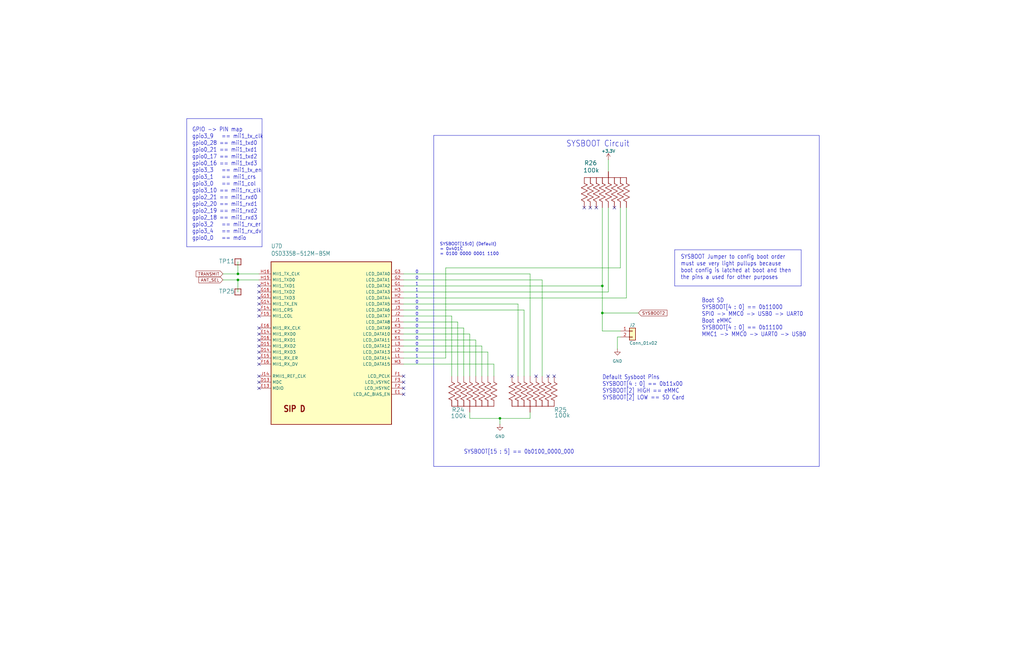
<source format=kicad_sch>
(kicad_sch (version 20250114) (generator "eeschema") (generator_version "9.0")
  (paper "B")
  (title_block (title "Oresat DxWifi Card") (date "2025-05-28") (rev "2"))
  (lib_symbols
    (symbol "Connector_Generic:Conn_01x02" (pin_names (offset 1.016) (hide yes))
      (property "Reference" "J" (at 0 2.54 0))
      (property "Value" "Conn_01x02" (at 0 -5.08 0))
      (symbol "Conn_01x02_1_1"
        (rectangle (start -1.27 1.27) (end 1.27 -3.81) (stroke (width 0.254)) (fill (type background)))
        (rectangle (start -1.27 0.127) (end 0 -0.127) (stroke (width 0.1524)))
        (rectangle (start -1.27 -2.413) (end 0 -2.667) (stroke (width 0.1524)))
        (pin passive line (at -5.08 0 0) (length 3.81) (name "Pin_1") (number "1"))
        (pin passive line (at -5.08 -2.54 0) (length 3.81) (name "Pin_2") (number "2"))
      )
    )
    (symbol "oresat-ics:OSD3358-512M-BSM"
      (property "Reference" "U" (at 0 87.63 0))
      (property "Value" "OSD3358-512M-BSM" (at 0 85.09 0))
      (symbol "OSD3358-512M-BSM_1_0"
        (polyline (pts (xy -30.48 83.82) (xy 0 83.82)) (stroke (width 0.254)))
        (polyline (pts (xy -30.48 68.58) (xy -30.48 83.82)) (stroke (width 0.254)))
        (polyline (pts (xy -30.48 53.34) (xy -30.48 68.58)) (stroke (width 0.254)))
        (polyline (pts (xy -30.48 30.48) (xy -30.48 53.34)) (stroke (width 0.254)))
        (polyline (pts (xy -30.48 10.16) (xy -30.48 30.48)) (stroke (width 0.254)))
        (polyline (pts (xy -30.48 0) (xy -30.48 10.16)) (stroke (width 0.254)))
        (polyline (pts (xy -30.48 -10.16) (xy -30.48 0)) (stroke (width 0.254)))
        (polyline (pts (xy -30.48 -45.72) (xy -30.48 -10.16)) (stroke (width 0.254)))
        (polyline (pts (xy -30.48 -68.58) (xy -30.48 -45.72)) (stroke (width 0.254)))
        (polyline (pts (xy -30.48 -78.74) (xy -30.48 -68.58)) (stroke (width 0.254)))
        (polyline (pts (xy -30.48 -88.9) (xy -30.48 -78.74)) (stroke (width 0.254)))
        (polyline (pts (xy -30.48 -88.9) (xy 0 -88.9)) (stroke (width 0.254)))
        (polyline (pts (xy 0 83.82) (xy 0 68.58)) (stroke (width 0.254)))
        (polyline (pts (xy 0 83.82) (xy 30.48 83.82)) (stroke (width 0.254)))
        (polyline (pts (xy 0 68.58) (xy -30.48 68.58)) (stroke (width 0.254)))
        (polyline (pts (xy 0 68.58) (xy 0 66.04)) (stroke (width 0.254)))
        (polyline (pts (xy 0 66.04) (xy 0 53.34)) (stroke (width 0.254)))
        (polyline (pts (xy 0 53.34) (xy -30.48 53.34)) (stroke (width 0.254)))
        (polyline (pts (xy 0 53.34) (xy 0 48.26)) (stroke (width 0.254)))
        (polyline (pts (xy 0 48.26) (xy 0 35.56)) (stroke (width 0.254)))
        (polyline (pts (xy 0 35.56) (xy 0 30.48)) (stroke (width 0.254)))
        (polyline (pts (xy 0 30.48) (xy -30.48 30.48)) (stroke (width 0.254)))
        (polyline (pts (xy 0 30.48) (xy 0 22.86)) (stroke (width 0.254)))
        (polyline (pts (xy 0 22.86) (xy 0 10.16)) (stroke (width 0.254)))
        (polyline (pts (xy 0 10.16) (xy -30.48 10.16)) (stroke (width 0.254)))
        (polyline (pts (xy 0 10.16) (xy 0 0)) (stroke (width 0.254)))
        (polyline (pts (xy 0 0) (xy -30.48 0)) (stroke (width 0.254)))
        (polyline (pts (xy 0 0) (xy 0 -10.16)) (stroke (width 0.254)))
        (polyline (pts (xy 0 -10.16) (xy -30.48 -10.16)) (stroke (width 0.254)))
        (polyline (pts (xy 0 -10.16) (xy 0 -33.02)) (stroke (width 0.254)))
        (polyline (pts (xy 0 -33.02) (xy 0 -45.72)) (stroke (width 0.254)))
        (polyline (pts (xy 0 -45.72) (xy -30.48 -45.72)) (stroke (width 0.254)))
        (polyline (pts (xy 0 -45.72) (xy 0 -66.04)) (stroke (width 0.254)))
        (polyline (pts (xy 0 -66.04) (xy 0 -68.58)) (stroke (width 0.254)))
        (polyline (pts (xy 0 -68.58) (xy -30.48 -68.58)) (stroke (width 0.254)))
        (polyline (pts (xy 0 -68.58) (xy 0 -78.74)) (stroke (width 0.254)))
        (polyline (pts (xy 0 -78.74) (xy -30.48 -78.74)) (stroke (width 0.254)))
        (polyline (pts (xy 0 -78.74) (xy 0 -88.9)) (stroke (width 0.254)))
        (polyline (pts (xy 0 -88.9) (xy 30.48 -88.9)) (stroke (width 0.254)))
        (polyline (pts (xy 30.48 83.82) (xy 30.48 66.04)) (stroke (width 0.254)))
        (polyline (pts (xy 30.48 66.04) (xy 0 66.04)) (stroke (width 0.254)))
        (polyline (pts (xy 30.48 66.04) (xy 30.48 48.26)) (stroke (width 0.254)))
        (polyline (pts (xy 30.48 48.26) (xy 0 48.26)) (stroke (width 0.254)))
        (polyline (pts (xy 30.48 48.26) (xy 30.48 35.56)) (stroke (width 0.254)))
        (polyline (pts (xy 30.48 35.56) (xy 0 35.56)) (stroke (width 0.254)))
        (polyline (pts (xy 30.48 35.56) (xy 30.48 22.86)) (stroke (width 0.254)))
        (polyline (pts (xy 30.48 22.86) (xy 0 22.86)) (stroke (width 0.254)))
        (polyline (pts (xy 30.48 22.86) (xy 30.48 -10.16)) (stroke (width 0.254)))
        (polyline (pts (xy 30.48 -10.16) (xy 0 -10.16)) (stroke (width 0.254)))
        (polyline (pts (xy 30.48 -10.16) (xy 30.48 -33.02)) (stroke (width 0.254)))
        (polyline (pts (xy 30.48 -33.02) (xy 0 -33.02)) (stroke (width 0.254)))
        (polyline (pts (xy 30.48 -33.02) (xy 30.48 -66.04)) (stroke (width 0.254)))
        (polyline (pts (xy 30.48 -66.04) (xy 0 -66.04)) (stroke (width 0.254)))
        (polyline (pts (xy 30.48 -66.04) (xy 30.48 -88.9)) (stroke (width 0.254)))
        (text "GND to program EEPROM" (at -25.4 -71.12 0) (effects (font (size 1.27 1.0795)) (justify left bottom)))
        (text "SIP A" (at -20.32 17.78 0) (effects (font (size 2.54 2.159) (bold yes)) (justify left bottom)))
        (text "I2C0" (at -2.54 -60.96 900) (effects (font (size 2.54 2.159)) (justify left bottom)))
        (text "Connect together with pour" (at 5.08 -7.62 900) (effects (font (size 1.27 1.0795)) (justify left bottom)))
        (text "Connect together with pour" (at 5.08 -60.96 900) (effects (font (size 1.27 1.0795)) (justify left bottom)))
        (text "Reset" (at 5.08 -81.28 900) (effects (font (size 2.54 2.159)) (justify left bottom)))
        (text "Connect to either:\nSYS_VDD_1P8V or\nSYS_VDD3_3P3V" (at 8.89 -21.59 900) (effects (font (size 1.27 1.0795)) (justify bottom)))
        (pin power_in line (at -35.56 78.74 0) (length 5.08) (name "VIN_AC@1") (number "P10"))
        (pin power_in line (at -35.56 76.2 0) (length 5.08) (name "VIN_AC@2") (number "R10"))
        (pin power_in line (at -35.56 73.66 0) (length 5.08) (name "VIN_AC@3") (number "T10"))
        (pin power_in line (at -35.56 63.5 0) (length 5.08) (name "VIN_USB@1") (number "P9"))
        (pin power_in line (at -35.56 60.96 0) (length 5.08) (name "VIN_USB@2") (number "R9"))
        (pin power_in line (at -35.56 58.42 0) (length 5.08) (name "VIN_USB@3") (number "T9"))
        (pin power_in line (at -35.56 48.26 0) (length 5.08) (name "VIN_BAT@1") (number "P8"))
        (pin power_in line (at -35.56 45.72 0) (length 5.08) (name "VIN_BAT@2") (number "R8"))
        (pin power_in line (at -35.56 43.18 0) (length 5.08) (name "VIN_BAT@3") (number "T8"))
        (pin passive line (at -35.56 38.1 0) (length 5.08) (name "PMIC_BAT_SENSE") (number "N7"))
        (pin bidirectional line (at -35.56 35.56 0) (length 5.08) (name "PMIC_TS") (number "N6"))
        (pin bidirectional line (at -35.56 5.08 0) (length 5.08) (name "PMIC_NRESET") (number "M13"))
        (pin bidirectional line (at -35.56 -5.08 0) (length 5.08) (name "PMIC_PB_IN") (number "T11"))
        (pin input line (at -35.56 -15.24 0) (length 5.08) (name "PMIC_PWR_EN") (number "N11"))
        (pin output line (at -35.56 -17.78 0) (length 5.08) (name "PMIC_POWER_EN") (number "N10"))
        (pin output line (at -35.56 -22.86 0) (length 5.08) (name "PMIC_LDO_PGOOD") (number "N4"))
        (pin bidirectional line (at -35.56 -25.4 0) (length 5.08) (name "RTC_PWRONRSTN") (number "N5"))
        (pin output line (at -35.56 -30.48 0) (length 5.08) (name "PMIC_NWAKEUP") (number "L4"))
        (pin bidirectional line (at -35.56 -33.02 0) (length 5.08) (name "EXT_WAKEUP") (number "M4"))
        (pin output line (at -35.56 -38.1 0) (length 5.08) (name "PMIC_NINT") (number "E4"))
        (pin bidirectional line (at -35.56 -40.64 0) (length 5.08) (name "EXTINTN") (number "D4"))
        (pin bidirectional line (at -35.56 -50.8 0) (length 5.08) (name "PMIC_SCL") (number "D10"))
        (pin bidirectional line (at -35.56 -53.34 0) (length 5.08) (name "I2C0_SCL") (number "C10"))
        (pin bidirectional line (at -35.56 -60.96 0) (length 5.08) (name "PMIC_SDA") (number "D11"))
        (pin bidirectional line (at -35.56 -63.5 0) (length 5.08) (name "I2C0_SDA") (number "C11"))
        (pin bidirectional line (at -35.56 -73.66 0) (length 5.08) (name "EEPROM_WP") (number "M2"))
        (pin bidirectional line (at -35.56 -83.82 0) (length 5.08) (name "RTC_KALDO_ENN") (number "M16"))
        (pin power_out line (at 35.56 78.74 180) (length 5.08) (name "SYS_VOUT@1") (number "K6"))
        (pin power_out line (at 35.56 76.2 180) (length 5.08) (name "SYS_VOUT@2") (number "K7"))
        (pin power_out line (at 35.56 73.66 180) (length 5.08) (name "SYS_VOUT@3") (number "L6"))
        (pin power_out line (at 35.56 71.12 180) (length 5.08) (name "SYS_VOUT@4") (number "L7"))
        (pin power_out line (at 35.56 60.96 180) (length 5.08) (name "SYS_VDD1_3P3V@1") (number "F6"))
        (pin power_out line (at 35.56 58.42 180) (length 5.08) (name "SYS_VDD1_3P3V@2") (number "F7"))
        (pin power_out line (at 35.56 55.88 180) (length 5.08) (name "SYS_VDD1_3P3V@3") (number "G6"))
        (pin power_out line (at 35.56 53.34 180) (length 5.08) (name "SYS_VDD1_3P3V@4") (number "G7"))
        (pin power_out line (at 35.56 43.18 180) (length 5.08) (name "SYS_VDD2_3P3V@1") (number "F11"))
        (pin power_out line (at 35.56 40.64 180) (length 5.08) (name "SYS_VDD2_3P3V@2") (number "G11"))
        (pin power_out line (at 35.56 30.48 180) (length 5.08) (name "SYS_RTC_1P8V@1") (number "K11"))
        (pin power_out line (at 35.56 27.94 180) (length 5.08) (name "SYS_RTC_1P8V@2") (number "L11"))
        (pin power_out line (at 35.56 12.7 180) (length 5.08) (name "SYS_VDD3_3P3V@1") (number "F8"))
        (pin power_out line (at 35.56 10.16 180) (length 5.08) (name "SYS_VDD3_3P3V@2") (number "G8"))
        (pin power_out line (at 35.56 7.62 180) (length 5.08) (name "SYS_VDD3_3P3V@3") (number "H7"))
        (pin power_out line (at 35.56 5.08 180) (length 5.08) (name "SYS_VDD3_3P3V@4") (number "H8"))
        (pin power_out line (at 35.56 2.54 180) (length 5.08) (name "SYS_VDD3_3P3V@5") (number "J7"))
        (pin power_out line (at 35.56 0 180) (length 5.08) (name "SYS_VDD3_3P3V@6") (number "J8"))
        (pin power_out line (at 35.56 -2.54 180) (length 5.08) (name "SYS_VDD3_3P3V@7") (number "K8"))
        (pin power_out line (at 35.56 -5.08 180) (length 5.08) (name "SYS_VDD3_3P3V@8") (number "L8"))
        (pin power_in line (at 35.56 -15.24 180) (length 5.08) (name "VDDSHV1") (number "J9"))
        (pin power_in line (at 35.56 -17.78 180) (length 5.08) (name "VDDSHV2") (number "K9"))
        (pin power_in line (at 35.56 -20.32 180) (length 5.08) (name "VDDSHV3") (number "L9"))
        (pin power_in line (at 35.56 -22.86 180) (length 5.08) (name "VDDSHV4") (number "F9"))
        (pin power_in line (at 35.56 -25.4 180) (length 5.08) (name "VDDSHV5") (number "G9"))
        (pin power_in line (at 35.56 -27.94 180) (length 5.08) (name "VDDSHV6") (number "H9"))
        (pin power_in line (at 35.56 -38.1 180) (length 5.08) (name "SYS_VDD_1P8V@1") (number "F10"))
        (pin power_in line (at 35.56 -40.64 180) (length 5.08) (name "SYS_VDD_1P8V@2") (number "G10"))
        (pin power_in line (at 35.56 -43.18 180) (length 5.08) (name "SYS_VDD_1P8V@3") (number "H10"))
        (pin power_in line (at 35.56 -45.72 180) (length 5.08) (name "SYS_VDD_1P8V@4") (number "H11"))
        (pin power_in line (at 35.56 -48.26 180) (length 5.08) (name "SYS_VDD_1P8V@5") (number "J10"))
        (pin power_in line (at 35.56 -50.8 180) (length 5.08) (name "SYS_VDD_1P8V@6") (number "J11"))
        (pin power_in line (at 35.56 -53.34 180) (length 5.08) (name "SYS_VDD_1P8V@7") (number "K10"))
        (pin power_in line (at 35.56 -55.88 180) (length 5.08) (name "SYS_VDD_1P8V@8") (number "L10"))
        (pin output line (at 35.56 -71.12 180) (length 5.08) (name "PMIC_PGOOD") (number "N12"))
        (pin bidirectional line (at 35.56 -73.66 180) (length 5.08) (name "PWRONRSTN") (number "P11"))
        (pin bidirectional line (at 35.56 -83.82 180) (length 5.08) (name "WARMRSTN") (number "R11"))
      )
      (symbol "OSD3358-512M-BSM_1_1"
        (rectangle (start -30.48 83.82) (end 30.48 -88.9) (fill (type background)))
      )
      (symbol "OSD3358-512M-BSM_2_0"
        (rectangle (start -25.4 58.42) (end 25.4 -60.96) (fill (type background)))
        (polyline (pts (xy -25.4 58.42) (xy 25.4 58.42)) (stroke (width 0.254)))
        (polyline (pts (xy -25.4 48.26) (xy -25.4 58.42)) (stroke (width 0.254)))
        (polyline (pts (xy -25.4 48.26) (xy 0 48.26)) (stroke (width 0.254)))
        (polyline (pts (xy -25.4 17.78) (xy -25.4 48.26)) (stroke (width 0.254)))
        (polyline (pts (xy -25.4 17.78) (xy 0 17.78)) (stroke (width 0.254)))
        (polyline (pts (xy -25.4 -12.7) (xy -25.4 17.78)) (stroke (width 0.254)))
        (polyline (pts (xy -25.4 -12.7) (xy 0 -12.7)) (stroke (width 0.254)))
        (polyline (pts (xy -25.4 -38.1) (xy -25.4 -12.7)) (stroke (width 0.254)))
        (polyline (pts (xy -25.4 -38.1) (xy 25.4 -38.1)) (stroke (width 0.254)))
        (polyline (pts (xy -25.4 -60.96) (xy -25.4 -38.1)) (stroke (width 0.254)))
        (polyline (pts (xy 0 48.26) (xy 0 17.78)) (stroke (width 0.254)))
        (polyline (pts (xy 0 48.26) (xy 25.4 48.26)) (stroke (width 0.254)))
        (polyline (pts (xy 0 17.78) (xy 0 0)) (stroke (width 0.254)))
        (polyline (pts (xy 0 0) (xy 0 -12.7)) (stroke (width 0.254)))
        (polyline (pts (xy 0 0) (xy 25.4 0)) (stroke (width 0.254)))
        (polyline (pts (xy 0 -12.7) (xy 0 -60.96)) (stroke (width 0.254)))
        (polyline (pts (xy 0 -60.96) (xy -25.4 -60.96)) (stroke (width 0.254)))
        (polyline (pts (xy 25.4 58.42) (xy 25.4 48.26)) (stroke (width 0.254)))
        (polyline (pts (xy 25.4 48.26) (xy 25.4 0)) (stroke (width 0.254)))
        (polyline (pts (xy 25.4 0) (xy 25.4 -38.1)) (stroke (width 0.254)))
        (polyline (pts (xy 25.4 -38.1) (xy 25.4 -60.96)) (stroke (width 0.254)))
        (polyline (pts (xy 25.4 -60.96) (xy 0 -60.96)) (stroke (width 0.254)))
        (text "SIP B" (at -5.08 53.34 0) (effects (font (size 2.54 2.159) (bold yes)) (justify left bottom)))
        (text "XTAL" (at -2.54 30.48 900) (effects (font (size 2.54 2.159)) (justify left bottom)))
        (text "RTC" (at -2.54 0 900) (effects (font (size 2.54 2.159)) (justify left bottom)))
        (text "JTAG" (at -2.54 -25.4 900) (effects (font (size 2.54 2.159)) (justify left bottom)))
        (text "USB0" (at -2.54 -53.34 900) (effects (font (size 2.54 2.159)) (justify left bottom)))
        (text "Analog" (at 2.54 22.86 0) (effects (font (size 2.54 2.159)) (justify left bottom)))
        (text "Analog Inputs" (at 5.08 -30.48 900) (effects (font (size 2.54 2.159)) (justify left bottom)))
        (text "USB1" (at 5.08 -53.34 900) (effects (font (size 2.54 2.159)) (justify left bottom)))
        (text "Pwr & Gnd" (at 12.7 20.32 0) (effects (font (size 2.159 2.159))))
        (pin passive line (at -30.48 43.18 0) (length 5.08) (name "OSC0_IN") (number "P16"))
        (pin output line (at -30.48 27.94 0) (length 5.08) (name "OSC0_OUT") (number "N16"))
        (pin power_in line (at -30.48 22.86 0) (length 5.08) (name "OSC0_GND") (number "N15"))
        (pin passive line (at -30.48 12.7 0) (length 5.08) (name "OSC1_IN") (number "A6"))
        (pin output line (at -30.48 -2.54 0) (length 5.08) (name "OSC1_OUT") (number "A5"))
        (pin power_in line (at -30.48 -7.62 0) (length 5.08) (name "OSC1_GND") (number "B5"))
        (pin bidirectional line (at -30.48 -17.78 0) (length 5.08) (name "TDI") (number "C1"))
        (pin bidirectional line (at -30.48 -20.32 0) (length 5.08) (name "TDO") (number "C2"))
        (pin bidirectional line (at -30.48 -22.86 0) (length 5.08) (name "TCK") (number "D1"))
        (pin bidirectional line (at -30.48 -25.4 0) (length 5.08) (name "TMS") (number "D2"))
        (pin bidirectional line (at -30.48 -27.94 0) (length 5.08) (name "TRSTN") (number "D3"))
        (pin bidirectional line (at -30.48 -30.48 0) (length 5.08) (name "EMU0") (number "E2"))
        (pin bidirectional line (at -30.48 -33.02 0) (length 5.08) (name "EMU1") (number "E3"))
        (pin bidirectional line (at -30.48 -43.18 0) (length 5.08) (name "USB0_VBUS") (number "J16"))
        (pin bidirectional line (at -30.48 -45.72 0) (length 5.08) (name "USB0_DM") (number "K16"))
        (pin bidirectional line (at -30.48 -48.26 0) (length 5.08) (name "USB0_DP") (number "K15"))
        (pin bidirectional line (at -30.48 -50.8 0) (length 5.08) (name "USB0_ID") (number "K14"))
        (pin bidirectional line (at -30.48 -53.34 0) (length 5.08) (name "USB0_CE") (number "K13"))
        (pin bidirectional line (at -30.48 -55.88 0) (length 5.08) (name "USB0_DRVVBUS") (number "J15"))
        (pin power_out line (at 30.48 45.72 180) (length 5.08) (name "SYS_ADC_1P8V") (number "A7"))
        (pin power_in line (at 30.48 35.56 180) (length 5.08) (name "VREFP") (number "B7"))
        (pin power_in line (at 30.48 15.24 180) (length 5.08) (name "AGND_ADC") (number "A9"))
        (pin power_in line (at 30.48 5.08 180) (length 5.08) (name "VREFN") (number "B9"))
        (pin passive line (at 30.48 -5.08 180) (length 5.08) (name "AIN0") (number "A8"))
        (pin passive line (at 30.48 -7.62 180) (length 5.08) (name "AIN1") (number "B8"))
        (pin passive line (at 30.48 -10.16 180) (length 5.08) (name "AIN2") (number "B6"))
        (pin passive line (at 30.48 -12.7 180) (length 5.08) (name "AIN3") (number "C6"))
        (pin passive line (at 30.48 -15.24 180) (length 5.08) (name "AIN4") (number "C7"))
        (pin passive line (at 30.48 -17.78 180) (length 5.08) (name "AIN5") (number "C8"))
        (pin passive line (at 30.48 -20.32 180) (length 5.08) (name "AIN6") (number "C9"))
        (pin passive line (at 30.48 -22.86 180) (length 5.08) (name "AIN7") (number "D7"))
        (pin bidirectional line (at 30.48 -27.94 180) (length 5.08) (name "PMIC_MUX_OUT") (number "D6"))
        (pin bidirectional line (at 30.48 -33.02 180) (length 5.08) (name "PMIC_MUX_IN") (number "N13"))
        (pin bidirectional line (at 30.48 -43.18 180) (length 5.08) (name "USB1_VBUS") (number "M15"))
        (pin bidirectional line (at 30.48 -45.72 180) (length 5.08) (name "USB1_DM") (number "L16"))
        (pin bidirectional line (at 30.48 -48.26 180) (length 5.08) (name "USB1_DP") (number "L15"))
        (pin bidirectional line (at 30.48 -50.8 180) (length 5.08) (name "USB1_ID") (number "L14"))
        (pin bidirectional line (at 30.48 -53.34 180) (length 5.08) (name "USB1_CE") (number "L13"))
        (pin bidirectional line (at 30.48 -55.88 180) (length 5.08) (name "USB1_DRVVBUS") (number "M14"))
      )
      (symbol "OSD3358-512M-BSM_3_0"
        (rectangle (start -25.4 60.96) (end 25.4 -63.5) (fill (type background)))
        (polyline (pts (xy -25.4 60.96) (xy 25.4 60.96)) (stroke (width 0.254)))
        (polyline (pts (xy -25.4 -63.5) (xy -25.4 60.96)) (stroke (width 0.254)))
        (polyline (pts (xy 25.4 60.96) (xy 25.4 -63.5)) (stroke (width 0.254)))
        (polyline (pts (xy 25.4 -63.5) (xy -25.4 -63.5)) (stroke (width 0.254)))
        (text "SIP C" (at -5.08 53.34 0) (effects (font (size 2.54 2.159) (bold yes)) (justify left bottom)))
        (pin output line (at -30.48 55.88 0) (length 5.08) (name "UART0_TXD") (number "B12"))
        (pin input line (at -30.48 53.34 0) (length 5.08) (name "UART0_RXD") (number "A12"))
        (pin output line (at -30.48 50.8 0) (length 5.08) (name "UART0_CTSN") (number "C12"))
        (pin input line (at -30.48 48.26 0) (length 5.08) (name "UART0_RTSN") (number "C13"))
        (pin output line (at -30.48 40.64 0) (length 5.08) (name "UART1_TXD") (number "B11"))
        (pin input line (at -30.48 38.1 0) (length 5.08) (name "UART1_RXD") (number "A11"))
        (pin output line (at -30.48 35.56 0) (length 5.08) (name "UART1_CTSN") (number "B10"))
        (pin input line (at -30.48 33.02 0) (length 5.08) (name "UART1_RTSN") (number "A10"))
        (pin output line (at -30.48 25.4 0) (length 5.08) (name "SPI0_SCLK") (number "A13"))
        (pin bidirectional line (at -30.48 22.86 0) (length 5.08) (name "SPI0_D0") (number "B13"))
        (pin bidirectional line (at -30.48 20.32 0) (length 5.08) (name "SPI0_D1") (number "B14"))
        (pin bidirectional line (at -30.48 17.78 0) (length 5.08) (name "SPI0_CS0") (number "A14"))
        (pin bidirectional line (at -30.48 15.24 0) (length 5.08) (name "SPI0_CS1") (number "C14"))
        (pin output line (at -30.48 7.62 0) (length 5.08) (name "MMC0_CLK") (number "B15"))
        (pin bidirectional line (at -30.48 5.08 0) (length 5.08) (name "MMC0_CMD") (number "B16"))
        (pin bidirectional line (at -30.48 2.54 0) (length 5.08) (name "MMC0_DAT0") (number "A16"))
        (pin bidirectional line (at -30.48 0 0) (length 5.08) (name "MMC0_DAT1") (number "A15"))
        (pin bidirectional line (at -30.48 -2.54 0) (length 5.08) (name "MMC0_DAT2") (number "C16"))
        (pin bidirectional line (at -30.48 -5.08 0) (length 5.08) (name "MMC0_DAT3") (number "C15"))
        (pin bidirectional line (at -30.48 -12.7 0) (length 5.08) (name "MCASP0_ACLKX") (number "A1"))
        (pin bidirectional line (at -30.48 -15.24 0) (length 5.08) (name "MCASP0_FSX") (number "A2"))
        (pin bidirectional line (at -30.48 -17.78 0) (length 5.08) (name "MCASP0_AXR0") (number "B2"))
        (pin bidirectional line (at -30.48 -20.32 0) (length 5.08) (name "MCASP0_AHCLKR") (number "B1"))
        (pin bidirectional line (at -30.48 -22.86 0) (length 5.08) (name "MCASP0_ACLKR") (number "A3"))
        (pin bidirectional line (at -30.48 -25.4 0) (length 5.08) (name "MCASP0_FSR") (number "B3"))
        (pin bidirectional line (at -30.48 -27.94 0) (length 5.08) (name "MCASP0_AXR1") (number "C3"))
        (pin bidirectional line (at -30.48 -30.48 0) (length 5.08) (name "MCASP0_AHCLKX") (number "C4"))
        (pin bidirectional line (at -30.48 -38.1 0) (length 5.08) (name "XDMA_EVENT_INTR0") (number "A4"))
        (pin bidirectional line (at -30.48 -40.64 0) (length 5.08) (name "XDMA_EVENT_INTR1") (number "B4"))
        (pin bidirectional line (at -30.48 -43.18 0) (length 5.08) (name "ECAP0_IN_PWM0_OUT") (number "C5"))
        (pin bidirectional line (at 30.48 55.88 180) (length 5.08) (name "GPMC_CLK") (number "T7"))
        (pin bidirectional line (at 30.48 50.8 180) (length 5.08) (name "GPMC_A0") (number "T12"))
        (pin bidirectional line (at 30.48 48.26 180) (length 5.08) (name "GPMC_A1") (number "R12"))
        (pin bidirectional line (at 30.48 45.72 180) (length 5.08) (name "GPMC_A2") (number "P12"))
        (pin bidirectional line (at 30.48 43.18 180) (length 5.08) (name "GPMC_A3") (number "T13"))
        (pin bidirectional line (at 30.48 40.64 180) (length 5.08) (name "GPMC_A4") (number "R13"))
        (pin bidirectional line (at 30.48 38.1 180) (length 5.08) (name "GPMC_A5") (number "P13"))
        (pin bidirectional line (at 30.48 35.56 180) (length 5.08) (name "GPMC_A6") (number "T14"))
        (pin bidirectional line (at 30.48 33.02 180) (length 5.08) (name "GPMC_A7") (number "R14"))
        (pin bidirectional line (at 30.48 30.48 180) (length 5.08) (name "GPMC_A8") (number "P14"))
        (pin bidirectional line (at 30.48 27.94 180) (length 5.08) (name "GPMC_A9") (number "T15"))
        (pin bidirectional line (at 30.48 25.4 180) (length 5.08) (name "GPMC_A10") (number "R15"))
        (pin bidirectional line (at 30.48 22.86 180) (length 5.08) (name "GPMC_A11") (number "T16"))
        (pin bidirectional line (at 30.48 17.78 180) (length 5.08) (name "GPMC_BEN1") (number "N14"))
        (pin bidirectional line (at 30.48 15.24 180) (length 5.08) (name "GPMC_WAIT0") (number "P15"))
        (pin bidirectional line (at 30.48 12.7 180) (length 5.08) (name "GPMC_WPN") (number "R16"))
        (pin bidirectional line (at 30.48 7.62 180) (length 5.08) (name "GPMC_CSN0") (number "P3"))
        (pin bidirectional line (at 30.48 5.08 180) (length 5.08) (name "GPMC_CSN1") (number "P2"))
        (pin bidirectional line (at 30.48 2.54 180) (length 5.08) (name "GPMC_CSN2") (number "P1"))
        (pin bidirectional line (at 30.48 0 180) (length 5.08) (name "GPMC_CSN3") (number "R7"))
        (pin bidirectional line (at 30.48 -5.08 180) (length 5.08) (name "GPMC_AD0") (number "R3"))
        (pin bidirectional line (at 30.48 -7.62 180) (length 5.08) (name "GPMC_AD1") (number "R2"))
        (pin bidirectional line (at 30.48 -10.16 180) (length 5.08) (name "GPMC_AD2") (number "R1"))
        (pin bidirectional line (at 30.48 -12.7 180) (length 5.08) (name "GPMC_AD3") (number "T3"))
        (pin bidirectional line (at 30.48 -15.24 180) (length 5.08) (name "GPMC_AD4") (number "T2"))
        (pin bidirectional line (at 30.48 -17.78 180) (length 5.08) (name "GPMC_AD5") (number "T1"))
        (pin bidirectional line (at 30.48 -20.32 180) (length 5.08) (name "GPMC_AD6") (number "P4"))
        (pin bidirectional line (at 30.48 -22.86 180) (length 5.08) (name "GPMC_AD7") (number "R4"))
        (pin bidirectional line (at 30.48 -27.94 180) (length 5.08) (name "GPMC_AD8") (number "T4"))
        (pin bidirectional line (at 30.48 -30.48 180) (length 5.08) (name "GPMC_AD9") (number "P5"))
        (pin bidirectional line (at 30.48 -33.02 180) (length 5.08) (name "GPMC_AD10") (number "R5"))
        (pin bidirectional line (at 30.48 -35.56 180) (length 5.08) (name "GPMC_AD11") (number "T5"))
        (pin bidirectional line (at 30.48 -38.1 180) (length 5.08) (name "GPMC_AD12") (number "P6"))
        (pin bidirectional line (at 30.48 -40.64 180) (length 5.08) (name "GPMC_AD13") (number "R6"))
        (pin bidirectional line (at 30.48 -43.18 180) (length 5.08) (name "GPMC_AD14") (number "T6"))
        (pin bidirectional line (at 30.48 -45.72 180) (length 5.08) (name "GPMC_AD15") (number "P7"))
        (pin bidirectional line (at 30.48 -50.8 180) (length 5.08) (name "GPMC_ADVN_ALE") (number "M1"))
        (pin bidirectional line (at 30.48 -53.34 180) (length 5.08) (name "GPMC_BEN0_CLE") (number "N3"))
        (pin bidirectional line (at 30.48 -55.88 180) (length 5.08) (name "GPMC_WEN") (number "N2"))
        (pin bidirectional line (at 30.48 -58.42 180) (length 5.08) (name "GPMC_OEN_REN") (number "N1"))
      )
      (symbol "OSD3358-512M-BSM_4_0"
        (rectangle (start -25.4 33.02) (end 25.4 -35.56) (fill (type background)))
        (polyline (pts (xy -25.4 33.02) (xy 25.4 33.02)) (stroke (width 0.254)))
        (polyline (pts (xy -25.4 -35.56) (xy -25.4 33.02)) (stroke (width 0.254)))
        (polyline (pts (xy 25.4 33.02) (xy 25.4 -35.56)) (stroke (width 0.254)))
        (polyline (pts (xy 25.4 -35.56) (xy -25.4 -35.56)) (stroke (width 0.254)))
        (text "SIP D" (at -20.32 -30.48 0) (effects (font (size 2.54 2.159) (bold yes)) (justify left bottom)))
        (pin bidirectional line (at -30.48 27.94 0) (length 5.08) (name "MII1_TX_CLK") (number "H16"))
        (pin bidirectional line (at -30.48 25.4 0) (length 5.08) (name "MII1_TXD0") (number "H15"))
        (pin bidirectional line (at -30.48 22.86 0) (length 5.08) (name "MII1_TXD1") (number "H14"))
        (pin bidirectional line (at -30.48 20.32 0) (length 5.08) (name "MII1_TXD2") (number "G16"))
        (pin bidirectional line (at -30.48 17.78 0) (length 5.08) (name "MII1_TXD3") (number "G15"))
        (pin bidirectional line (at -30.48 15.24 0) (length 5.08) (name "MII1_TX_EN") (number "G14"))
        (pin bidirectional line (at -30.48 12.7 0) (length 5.08) (name "MII1_CRS") (number "F14"))
        (pin bidirectional line (at -30.48 10.16 0) (length 5.08) (name "MII1_COL") (number "F15"))
        (pin bidirectional line (at -30.48 5.08 0) (length 5.08) (name "MII1_RX_CLK") (number "E16"))
        (pin bidirectional line (at -30.48 2.54 0) (length 5.08) (name "MII1_RXD0") (number "E14"))
        (pin bidirectional line (at -30.48 0 0) (length 5.08) (name "MII1_RXD1") (number "D16"))
        (pin bidirectional line (at -30.48 -2.54 0) (length 5.08) (name "MII1_RXD2") (number "D15"))
        (pin bidirectional line (at -30.48 -5.08 0) (length 5.08) (name "MII1_RXD3") (number "D14"))
        (pin bidirectional line (at -30.48 -7.62 0) (length 5.08) (name "MII1_RX_ER") (number "E15"))
        (pin bidirectional line (at -30.48 -10.16 0) (length 5.08) (name "MII1_RX_DV") (number "F16"))
        (pin bidirectional line (at -30.48 -15.24 0) (length 5.08) (name "RMII1_REF_CLK") (number "J14"))
        (pin bidirectional line (at -30.48 -17.78 0) (length 5.08) (name "MDC") (number "D13"))
        (pin bidirectional line (at -30.48 -20.32 0) (length 5.08) (name "MDIO") (number "E13"))
        (pin bidirectional line (at 30.48 27.94 180) (length 5.08) (name "LCD_DATA0") (number "G3"))
        (pin bidirectional line (at 30.48 25.4 180) (length 5.08) (name "LCD_DATA1") (number "G2"))
        (pin bidirectional line (at 30.48 22.86 180) (length 5.08) (name "LCD_DATA2") (number "G1"))
        (pin bidirectional line (at 30.48 20.32 180) (length 5.08) (name "LCD_DATA3") (number "H3"))
        (pin bidirectional line (at 30.48 17.78 180) (length 5.08) (name "LCD_DATA4") (number "H2"))
        (pin bidirectional line (at 30.48 15.24 180) (length 5.08) (name "LCD_DATA5") (number "H1"))
        (pin bidirectional line (at 30.48 12.7 180) (length 5.08) (name "LCD_DATA6") (number "J3"))
        (pin bidirectional line (at 30.48 10.16 180) (length 5.08) (name "LCD_DATA7") (number "J2"))
        (pin bidirectional line (at 30.48 7.62 180) (length 5.08) (name "LCD_DATA8") (number "J1"))
        (pin bidirectional line (at 30.48 5.08 180) (length 5.08) (name "LCD_DATA9") (number "K3"))
        (pin bidirectional line (at 30.48 2.54 180) (length 5.08) (name "LCD_DATA10") (number "K2"))
        (pin bidirectional line (at 30.48 0 180) (length 5.08) (name "LCD_DATA11") (number "K1"))
        (pin bidirectional line (at 30.48 -2.54 180) (length 5.08) (name "LCD_DATA12") (number "L3"))
        (pin bidirectional line (at 30.48 -5.08 180) (length 5.08) (name "LCD_DATA13") (number "L2"))
        (pin bidirectional line (at 30.48 -7.62 180) (length 5.08) (name "LCD_DATA14") (number "L1"))
        (pin bidirectional line (at 30.48 -10.16 180) (length 5.08) (name "LCD_DATA15") (number "M3"))
        (pin bidirectional line (at 30.48 -15.24 180) (length 5.08) (name "LCD_PCLK") (number "F1"))
        (pin bidirectional line (at 30.48 -17.78 180) (length 5.08) (name "LCD_VSYNC") (number "F3"))
        (pin bidirectional line (at 30.48 -20.32 180) (length 5.08) (name "LCD_HSYNC") (number "F2"))
        (pin bidirectional line (at 30.48 -22.86 180) (length 5.08) (name "LCD_AC_BIAS_EN") (number "E1"))
      )
      (symbol "OSD3358-512M-BSM_5_0"
        (rectangle (start -25.4 30.48) (end 25.4 -33.02) (fill (type background)))
        (polyline (pts (xy -25.4 30.48) (xy 25.4 30.48)) (stroke (width 0.254)))
        (polyline (pts (xy -25.4 -33.02) (xy -25.4 30.48)) (stroke (width 0.254)))
        (polyline (pts (xy 25.4 30.48) (xy 25.4 -33.02)) (stroke (width 0.254)))
        (polyline (pts (xy 25.4 -33.02) (xy -25.4 -33.02)) (stroke (width 0.254)))
        (text "NOTE:  Can use pours to connect" (at -13.97 -17.78 0) (effects (font (size 1.27 1.0795)) (justify left bottom)))
        (text "DGND pads  instead of " (at -7.62 -19.05 0) (effects (font (size 1.27 1.27)) (justify left)))
        (text "a via per pad." (at -7.62 -21.59 0) (effects (font (size 1.27 1.27)) (justify left)))
        (text "SIP E" (at 0 20.32 0) (effects (font (size 2.54 2.159) (bold yes)) (justify bottom)))
        (pin power_in line (at -30.48 25.4 0) (length 5.08) (name "DGND@1") (number "D8"))
        (pin power_in line (at -30.48 22.86 0) (length 5.08) (name "DGND@2") (number "D9"))
        (pin power_in line (at -30.48 17.78 0) (length 5.08) (name "DGND@3") (number "E5"))
        (pin power_in line (at -30.48 15.24 0) (length 5.08) (name "DGND@4") (number "E6"))
        (pin power_in line (at -30.48 12.7 0) (length 5.08) (name "DGND@5") (number "E7"))
        (pin power_in line (at -30.48 10.16 0) (length 5.08) (name "DGND@6") (number "E8"))
        (pin power_in line (at -30.48 7.62 0) (length 5.08) (name "DGND@7") (number "E9"))
        (pin power_in line (at -30.48 5.08 0) (length 5.08) (name "DGND@8") (number "E10"))
        (pin power_in line (at -30.48 2.54 0) (length 5.08) (name "DGND@9") (number "E11"))
        (pin power_in line (at -30.48 0 0) (length 5.08) (name "DGND@10") (number "E12"))
        (pin power_in line (at -30.48 -5.08 0) (length 5.08) (name "DGND@11") (number "F5"))
        (pin power_in line (at -30.48 -7.62 0) (length 5.08) (name "DGND@12") (number "F12"))
        (pin power_in line (at -30.48 -12.7 0) (length 5.08) (name "DGND@13") (number "G5"))
        (pin power_in line (at -30.48 -15.24 0) (length 5.08) (name "DGND@14") (number "G12"))
        (pin power_in line (at -30.48 -20.32 0) (length 5.08) (name "DGND@15") (number "H4"))
        (pin power_in line (at -30.48 -22.86 0) (length 5.08) (name "DGND@16") (number "H5"))
        (pin power_in line (at -30.48 -25.4 0) (length 5.08) (name "DGND@17") (number "H12"))
        (pin power_in line (at -30.48 -27.94 0) (length 5.08) (name "DGND@18") (number "H13"))
        (pin power_in line (at 30.48 25.4 180) (length 5.08) (name "DGND@19") (number "J4"))
        (pin power_in line (at 30.48 22.86 180) (length 5.08) (name "DGND@20") (number "J5"))
        (pin power_in line (at 30.48 20.32 180) (length 5.08) (name "DGND@21") (number "J12"))
        (pin power_in line (at 30.48 17.78 180) (length 5.08) (name "DGND@22") (number "J13"))
        (pin power_in line (at 30.48 12.7 180) (length 5.08) (name "DGND@23") (number "K5"))
        (pin power_in line (at 30.48 10.16 180) (length 5.08) (name "DGND@24") (number "K12"))
        (pin power_in line (at 30.48 5.08 180) (length 5.08) (name "DGND@25") (number "L5"))
        (pin power_in line (at 30.48 2.54 180) (length 5.08) (name "DGND@26") (number "L12"))
        (pin power_in line (at 30.48 -2.54 180) (length 5.08) (name "DGND@27") (number "M5"))
        (pin power_in line (at 30.48 -5.08 180) (length 5.08) (name "DGND@28") (number "M6"))
        (pin power_in line (at 30.48 -7.62 180) (length 5.08) (name "DGND@29") (number "M7"))
        (pin power_in line (at 30.48 -10.16 180) (length 5.08) (name "DGND@30") (number "M8"))
        (pin power_in line (at 30.48 -12.7 180) (length 5.08) (name "DGND@31") (number "M9"))
        (pin power_in line (at 30.48 -15.24 180) (length 5.08) (name "DGND@32") (number "M10"))
        (pin power_in line (at 30.48 -17.78 180) (length 5.08) (name "DGND@33") (number "M11"))
        (pin power_in line (at 30.48 -20.32 180) (length 5.08) (name "DGND@34") (number "M12"))
        (pin power_in line (at 30.48 -25.4 180) (length 5.08) (name "DGND@35") (number "N8"))
        (pin power_in line (at 30.48 -27.94 180) (length 5.08) (name "DGND@36") (number "N9"))
      )
      (symbol "OSD3358-512M-BSM_6_0"
        (rectangle (start -22.86 25.4) (end 22.86 -22.86) (fill (type background)))
        (polyline (pts (xy -22.86 25.4) (xy 22.86 25.4)) (stroke (width 0.254)))
        (polyline (pts (xy -22.86 0) (xy -22.86 25.4)) (stroke (width 0.254)))
        (polyline (pts (xy -22.86 0) (xy 22.86 0)) (stroke (width 0.254)))
        (polyline (pts (xy -22.86 -22.86) (xy -22.86 0)) (stroke (width 0.254)))
        (polyline (pts (xy 22.86 25.4) (xy 22.86 0)) (stroke (width 0.254)))
        (polyline (pts (xy 22.86 0) (xy 22.86 -22.86)) (stroke (width 0.254)))
        (polyline (pts (xy 22.86 -22.86) (xy -22.86 -22.86)) (stroke (width 0.254)))
        (text "Test Point per " (at -10.16 7.62 0) (effects (font (size 1.27 1.27)) (justify left)))
        (text "power rail recommended" (at -10.16 5.08 0) (effects (font (size 1.27 1.27)) (justify left)))
        (text "Do Not Use" (at 0 11.43 0) (effects (font (size 1.778 1.5113)) (justify bottom)))
        (text "Do Not Connect" (at 0 -15.24 0) (effects (font (size 1.778 1.5113))))
        (text "SIP F" (at 15.24 20.32 0) (effects (font (size 2.54 2.159) (bold yes)) (justify bottom)))
        (pin power_out line (at -27.94 20.32 0) (length 5.08) (name "VDDS_DDR") (number "F4"))
        (pin power_out line (at -27.94 15.24 0) (length 5.08) (name "VDD_CORE") (number "G4"))
        (pin power_out line (at -27.94 10.16 0) (length 5.08) (name "VDD_MPU") (number "F13"))
        (pin power_out line (at -27.94 5.08 0) (length 5.08) (name "VDDS_PLL") (number "G13"))
        (pin power_out line (at -27.94 -5.08 0) (length 5.08) (name "CAP_VDD_RTC") (number "D5"))
        (pin power_out line (at -27.94 -10.16 0) (length 5.08) (name "VPP") (number "H6"))
        (pin no_connect line (at 27.94 -5.08 180) (length 5.08) (name "NC@1") (number "D12"))
        (pin no_connect line (at 27.94 -7.62 180) (length 5.08) (name "NC@2") (number "J6"))
        (pin no_connect line (at 27.94 -10.16 180) (length 5.08) (name "NC@3") (number "K4"))
      )
    )
    (symbol "oresat-misc:Test-Point-1mm-round"
      (property "Reference" "TP" (at 0 2.54 0))
      (symbol "Test-Point-1mm-round_1_0"
        (polyline (pts (xy -1.27 1.27) (xy 1.27 1.27)) (stroke (width 0.254)))
        (polyline (pts (xy -1.27 -1.27) (xy -1.27 1.27)) (stroke (width 0.254)))
        (polyline (pts (xy 1.27 1.27) (xy 1.27 -1.27)) (stroke (width 0.254)))
        (polyline (pts (xy 1.27 -1.27) (xy -1.27 -1.27)) (stroke (width 0.254)))
        (pin passive line (at 0 0 0) (length 0) (name "1") (number "1"))
      )
    )
    (symbol "oresat-passives:EXB-A10P391J"
      (property "Reference" "R" (at -17.8308 5.1308 0))
      (property "Value" "EXB-A10P391J" (at -17.6784 2.5908 0))
      (symbol "EXB-A10P391J_1_0"
        (polyline (pts (xy -10.16 0) (xy -9.398 1.2446)) (stroke (width 0.2032)))
        (polyline (pts (xy -10.16 -5.08) (xy -9.398 -3.8354)) (stroke (width 0.2032)))
        (polyline (pts (xy -10.16 -10.16) (xy -9.398 -8.9408)) (stroke (width 0.2032)))
        (polyline (pts (xy -10.16 -15.24) (xy -9.398 -13.97)) (stroke (width 0.2032)))
        (polyline (pts (xy -9.525 -11.43) (xy -10.16 -12.7)) (stroke (width 0.2032)))
        (polyline (pts (xy -9.525 -16.51) (xy -10.16 -17.78)) (stroke (width 0.2032)))
        (polyline (pts (xy -9.4996 -1.2954) (xy -10.16 -2.54)) (stroke (width 0.2032)))
        (polyline (pts (xy -9.4742 -6.3246) (xy -10.16 -7.62)) (stroke (width 0.2032)))
        (polyline (pts (xy -9.398 1.2446) (xy -8.128 -1.2954)) (stroke (width 0.2032)))
        (polyline (pts (xy -9.398 -3.8354) (xy -8.128 -6.3754)) (stroke (width 0.2032)))
        (polyline (pts (xy -9.398 -8.9408) (xy -8.128 -11.4808)) (stroke (width 0.2032)))
        (polyline (pts (xy -9.398 -13.97) (xy -8.128 -16.51)) (stroke (width 0.2032)))
        (polyline (pts (xy -8.255 -13.97) (xy -9.525 -11.43)) (stroke (width 0.2032)))
        (polyline (pts (xy -8.255 -19.05) (xy -9.525 -16.51)) (stroke (width 0.2032)))
        (polyline (pts (xy -8.2296 -3.8354) (xy -9.4996 -1.2954)) (stroke (width 0.2032)))
        (polyline (pts (xy -8.2042 -8.8646) (xy -9.4742 -6.3246)) (stroke (width 0.2032)))
        (polyline (pts (xy -8.128 -1.2954) (xy -6.858 1.2446)) (stroke (width 0.2032)))
        (polyline (pts (xy -8.128 -6.3754) (xy -6.858 -3.8354)) (stroke (width 0.2032)))
        (polyline (pts (xy -8.128 -11.4808) (xy -6.858 -8.9408)) (stroke (width 0.2032)))
        (polyline (pts (xy -8.128 -16.51) (xy -6.858 -13.97)) (stroke (width 0.2032)))
        (polyline (pts (xy -6.985 -11.43) (xy -8.255 -13.97)) (stroke (width 0.2032)))
        (polyline (pts (xy -6.985 -16.51) (xy -8.255 -19.05)) (stroke (width 0.2032)))
        (polyline (pts (xy -6.9596 -1.2954) (xy -8.2296 -3.8354)) (stroke (width 0.2032)))
        (polyline (pts (xy -6.9342 -6.3246) (xy -8.2042 -8.8646)) (stroke (width 0.2032)))
        (polyline (pts (xy -6.858 1.2446) (xy -5.588 -1.2954)) (stroke (width 0.2032)))
        (polyline (pts (xy -6.858 -3.8354) (xy -5.588 -6.3754)) (stroke (width 0.2032)))
        (polyline (pts (xy -6.858 -8.9408) (xy -5.588 -11.4808)) (stroke (width 0.2032)))
        (polyline (pts (xy -6.858 -13.97) (xy -5.588 -16.51)) (stroke (width 0.2032)))
        (polyline (pts (xy -5.715 -13.97) (xy -6.985 -11.43)) (stroke (width 0.2032)))
        (polyline (pts (xy -5.715 -19.05) (xy -6.985 -16.51)) (stroke (width 0.2032)))
        (polyline (pts (xy -5.6896 -3.8354) (xy -6.9596 -1.2954)) (stroke (width 0.2032)))
        (polyline (pts (xy -5.6642 -8.8646) (xy -6.9342 -6.3246)) (stroke (width 0.2032)))
        (polyline (pts (xy -5.588 -1.2954) (xy -4.318 1.2446)) (stroke (width 0.2032)))
        (polyline (pts (xy -5.588 -6.3754) (xy -4.318 -3.8354)) (stroke (width 0.2032)))
        (polyline (pts (xy -5.588 -11.4808) (xy -4.318 -8.9408)) (stroke (width 0.2032)))
        (polyline (pts (xy -5.588 -16.51) (xy -4.318 -13.97)) (stroke (width 0.2032)))
        (polyline (pts (xy -4.445 -11.43) (xy -5.715 -13.97)) (stroke (width 0.2032)))
        (polyline (pts (xy -4.445 -16.51) (xy -5.715 -19.05)) (stroke (width 0.2032)))
        (polyline (pts (xy -4.4196 -1.2954) (xy -5.6896 -3.8354)) (stroke (width 0.2032)))
        (polyline (pts (xy -4.3942 -6.3246) (xy -5.6642 -8.8646)) (stroke (width 0.2032)))
        (polyline (pts (xy -4.318 1.2446) (xy -3.048 -1.2954)) (stroke (width 0.2032)))
        (polyline (pts (xy -4.318 -3.8354) (xy -3.048 -6.3754)) (stroke (width 0.2032)))
        (polyline (pts (xy -4.318 -8.9408) (xy -3.048 -11.4808)) (stroke (width 0.2032)))
        (polyline (pts (xy -4.318 -13.97) (xy -3.048 -16.51)) (stroke (width 0.2032)))
        (polyline (pts (xy -3.175 -13.97) (xy -4.445 -11.43)) (stroke (width 0.2032)))
        (polyline (pts (xy -3.175 -19.05) (xy -4.445 -16.51)) (stroke (width 0.2032)))
        (polyline (pts (xy -3.1496 -3.8354) (xy -4.4196 -1.2954)) (stroke (width 0.2032)))
        (polyline (pts (xy -3.1242 -8.8646) (xy -4.3942 -6.3246)) (stroke (width 0.2032)))
        (polyline (pts (xy -3.048 -1.2954) (xy -2.54 0)) (stroke (width 0.2032)))
        (polyline (pts (xy -3.048 -6.3754) (xy -2.413 -5.08)) (stroke (width 0.2032)))
        (polyline (pts (xy -3.048 -11.4808) (xy -2.413 -10.16)) (stroke (width 0.2032)))
        (polyline (pts (xy -3.048 -16.51) (xy -2.413 -15.24)) (stroke (width 0.2032)))
        (polyline (pts (xy -2.54 0) (xy 0 0)) (stroke (width 0.2032)))
        (polyline (pts (xy -2.54 -2.54) (xy 0 -2.54)) (stroke (width 0.254)))
        (polyline (pts (xy -2.54 -5.08) (xy 0 -5.08)) (stroke (width 0.254)))
        (polyline (pts (xy -2.54 -7.62) (xy 0 -7.62)) (stroke (width 0.254)))
        (polyline (pts (xy -2.54 -10.16) (xy 0 -10.16)) (stroke (width 0.254)))
        (polyline (pts (xy -2.54 -12.7) (xy -3.175 -13.97)) (stroke (width 0.2032)))
        (polyline (pts (xy -2.54 -12.7) (xy 0 -12.7)) (stroke (width 0.254)))
        (polyline (pts (xy -2.54 -15.24) (xy 0 -15.24)) (stroke (width 0.254)))
        (polyline (pts (xy -2.54 -17.78) (xy -3.175 -19.05)) (stroke (width 0.2032)))
        (polyline (pts (xy -2.54 -17.78) (xy 0 -17.78)) (stroke (width 0.254)))
        (polyline (pts (xy -2.413 -2.54) (xy -3.1496 -3.8354)) (stroke (width 0.2032)))
        (polyline (pts (xy -2.413 -7.62) (xy -3.1242 -8.8646)) (stroke (width 0.2032)))
        (polyline (pts (xy 0 0) (xy 0 -2.54)) (stroke (width 0.2032)))
        (polyline (pts (xy 0 -2.54) (xy 0 -5.08)) (stroke (width 0.2032)))
        (polyline (pts (xy 0 -5.08) (xy 0 -7.62)) (stroke (width 0.2032)))
        (polyline (pts (xy 0 -7.62) (xy 0 -10.16)) (stroke (width 0.2032)))
        (polyline (pts (xy 0 -10.16) (xy 0 -12.7)) (stroke (width 0.2032)))
        (polyline (pts (xy 0 -12.7) (xy 0 -15.24)) (stroke (width 0.2032)))
        (polyline (pts (xy 0 -15.24) (xy 0 -17.78)) (stroke (width 0.2032)))
        (pin passive line (at -12.7 0 0) (length 2.54) (name "11") (number "1"))
        (pin passive line (at -12.7 -2.54 0) (length 2.54) (name "99") (number "9"))
        (pin passive line (at -12.7 -5.08 0) (length 2.54) (name "22") (number "2"))
        (pin passive line (at -12.7 -7.62 0) (length 2.54) (name "88") (number "8"))
        (pin passive line (at -12.7 -10.16 0) (length 2.54) (name "33") (number "3"))
        (pin passive line (at -12.7 -12.7 0) (length 2.54) (name "77") (number "7"))
        (pin passive line (at -12.7 -15.24 0) (length 2.54) (name "44") (number "4"))
        (pin passive line (at -12.7 -17.78 0) (length 2.54) (name "66") (number "6"))
        (pin passive line (at 2.54 -10.16 180) (length 2.54) (name "55") (number "10"))
        (pin passive line (at 2.54 -10.16 180) (length 2.54) (name "55") (number "5"))
      )
    )
    (symbol "power:+3.3V" (power) (pin_numbers (hide yes)) (pin_names (offset 0) (hide yes))
      (property "Value" "+3.3V" (at 0 3.556 0))
      (symbol "+3.3V_0_1"
        (polyline (pts (xy -0.762 1.27) (xy 0 2.54)))
        (polyline (pts (xy 0 2.54) (xy 0.762 1.27)))
        (polyline (pts (xy 0 0) (xy 0 2.54)))
      )
      (symbol "+3.3V_1_1"
        (pin power_in line (at 0 0 90) (length 0) (name "~") (number "1"))
      )
    )
    (symbol "power:GND" (power) (pin_numbers (hide yes)) (pin_names (offset 0) (hide yes))
      (property "Value" "GND" (at 0 -3.81 0))
      (symbol "GND_0_1"
        (polyline (pts (xy 0 0) (xy 0 -1.27) (xy 1.27 -1.27) (xy 0 -2.54) (xy -1.27 -1.27) (xy 0 -1.27)))
      )
      (symbol "GND_1_1"
        (pin power_in line (at 0 0 270) (length 0) (name "~") (number "1"))
      )
    )
  )
  (text "0" (at 176.53 128.27 0) (effects (font (size 1.27 1.27)) (justify right bottom)))
  (text "1" (at 176.53 120.65 0) (effects (font (size 1.27 1.27)) (justify right bottom)))
  (text "0" (at 176.53 115.57 0) (effects (font (size 1.27 1.27)) (justify right bottom)))
  (text "0" (at 176.53 146.05 0) (effects (font (size 1.27 1.27)) (justify right bottom)))
  (text "0" (at 176.53 118.11 0) (effects (font (size 1.27 1.27)) (justify right bottom)))
  (text "0" (at 176.53 143.51 0) (effects (font (size 1.27 1.27)) (justify right bottom)))
  (text "0" (at 176.53 130.81 0) (effects (font (size 1.27 1.27)) (justify right bottom)))
  (text "1" (at 176.53 123.19 0) (effects (font (size 1.27 1.27)) (justify right bottom)))
  (text "0" (at 176.53 153.67 0) (effects (font (size 1.27 1.27)) (justify right bottom)))
  (text "GPIO -> PIN map\ngpio3_9   == mii1_tx_clk\ngpio0_28 == mii1_txd0\ngpio0_21 == mii1_txd1\ngpio0_17 == mii1_txd2\ngpio0_16 == mii1_txd3\ngpio3_3   == mii1_tx_en\ngpio3_1   == mii1_crs\ngpio3_0   == mii1_col\ngpio3_10 == mii1_rx_clk\ngpio2_21 == mii1_rxd0\ngpio2_20 == mii1_rxd1\ngpio2_19 == mii1_rxd2\ngpio2_18 == mii1_rxd3\ngpio3_2   == mii1_rx_er\ngpio3_4   == mii1_rx_dv\ngpio0_0   == mdio" (at 81.026 101.6 0) (effects (font (size 1.778 1.5113)) (justify left bottom)))
  (text "0" (at 176.53 148.59 0) (effects (font (size 1.27 1.27)) (justify right bottom)))
  (text "SYSBOOT[15 : 5] == 0b0100_0000_000" (at 195.58 191.77 0) (effects (font (size 1.778 1.5113)) (justify left bottom)))
  (text "Boot SD\nSYSBOOT[4 : 0] == 0b11000\nSPI0 -> MMC0 -> USB0 -> UART0\nBoot eMMC\nSYSBOOT[4 : 0] == 0b11100\nMMC1 -> MMC0 -> UART0 -> USB0" (at 295.91 142.24 0) (effects (font (size 1.778 1.5113)) (justify left bottom)))
  (text "SYSBOOT Jumper to config boot order\nmust use very light pullups because\nboot config is latched at boot and then\nthe pins a used for other purposes" (at 287.02 118.11 0) (effects (font (size 1.778 1.5113)) (justify left bottom)))
  (text "1" (at 176.53 125.73 0) (effects (font (size 1.27 1.27)) (justify right bottom)))
  (text "0" (at 176.53 140.97 0) (effects (font (size 1.27 1.27)) (justify right bottom)))
  (text "0" (at 176.53 138.43 0) (effects (font (size 1.27 1.27)) (justify right bottom)))
  (text "SYSBOOT Circuit" (at 238.76 62.23 0) (effects (font (size 2.54 2.159)) (justify left bottom)))
  (text "Default Sysboot Pins\nSYSBOOT[4 : 0] == 0b11x00\nSYSBOOT[2] HIGH == eMMC\nSYSBOOT[2] LOW == SD Card" (at 254 168.91 0) (effects (font (size 1.778 1.5113)) (justify left bottom)))
  (text "SYSBOOT[15:0] (Default)\n= 0x401C\n= 0100 0000 0001 1100 " (at 185.42 107.95 0) (effects (font (size 1.27 1.27)) (justify left bottom)))
  (text "0" (at 176.53 135.89 0) (effects (font (size 1.27 1.27)) (justify right bottom)))
  (text "1" (at 176.53 151.13 0) (effects (font (size 1.27 1.27)) (justify right bottom)))
  (text "0" (at 176.53 133.35 0) (effects (font (size 1.27 1.27)) (justify right bottom)))
  (junction (at 100.33 118.11))
  (junction (at 254 132.08))
  (junction (at 254 120.65))
  (junction (at 100.33 115.57))
  (junction (at 210.82 176.53))
  (no_connect (at 259.08 87.63))
  (no_connect (at 248.92 87.63))
  (no_connect (at 251.46 87.63))
  (no_connect (at 233.68 158.75))
  (no_connect (at 215.9 158.75))
  (no_connect (at 226.06 158.75))
  (no_connect (at 109.22 125.73))
  (no_connect (at 109.22 128.27))
  (no_connect (at 109.22 130.81))
  (no_connect (at 109.22 163.83))
  (no_connect (at 170.18 158.75))
  (no_connect (at 170.18 161.29))
  (no_connect (at 170.18 163.83))
  (no_connect (at 170.18 166.37))
  (no_connect (at 109.22 120.65))
  (no_connect (at 109.22 123.19))
  (no_connect (at 109.22 133.35))
  (no_connect (at 109.22 138.43))
  (no_connect (at 109.22 140.97))
  (no_connect (at 109.22 143.51))
  (no_connect (at 109.22 146.05))
  (no_connect (at 109.22 148.59))
  (no_connect (at 109.22 151.13))
  (no_connect (at 109.22 153.67))
  (no_connect (at 109.22 158.75))
  (no_connect (at 109.22 161.29))
  (no_connect (at 231.14 158.75))
  (no_connect (at 246.38 87.63))
  (wire (pts (xy 254 120.65) (xy 254 132.08)))
  (wire (pts (xy 170.18 115.57) (xy 223.52 115.57)))
  (polyline (pts (xy 345.44 57.15) (xy 182.88 57.15)))
  (wire (pts (xy 210.82 176.53) (xy 223.52 176.53)))
  (polyline (pts (xy 337.82 105.41) (xy 284.48 105.41)))
  (wire (pts (xy 170.18 140.97) (xy 198.12 140.97)))
  (polyline (pts (xy 284.48 120.65) (xy 337.82 120.65)))
  (wire (pts (xy 100.33 118.11) (xy 100.33 123.19)))
  (wire (pts (xy 170.18 135.89) (xy 193.04 135.89)))
  (wire (pts (xy 190.5 158.75) (xy 190.5 133.35)))
  (wire (pts (xy 198.12 173.99) (xy 198.12 176.53)))
  (wire (pts (xy 170.18 153.67) (xy 208.28 153.67)))
  (wire (pts (xy 254 132.08) (xy 254 139.7)))
  (wire (pts (xy 170.18 146.05) (xy 203.2 146.05)))
  (wire (pts (xy 170.18 130.81) (xy 220.98 130.81)))
  (wire (pts (xy 170.18 125.73) (xy 264.16 125.73)))
  (wire (pts (xy 254 139.7) (xy 261.62 139.7)))
  (polyline (pts (xy 182.88 196.85) (xy 345.44 196.85)))
  (wire (pts (xy 254 132.08) (xy 269.24 132.08)))
  (wire (pts (xy 260.35 142.24) (xy 261.62 142.24)))
  (polyline (pts (xy 78.74 50.038) (xy 78.74 104.14)))
  (wire (pts (xy 254 120.65) (xy 254 87.63)))
  (wire (pts (xy 100.33 110.49) (xy 100.33 115.57)))
  (wire (pts (xy 170.18 138.43) (xy 195.58 138.43)))
  (wire (pts (xy 208.28 153.67) (xy 208.28 158.75)))
  (wire (pts (xy 170.18 133.35) (xy 190.5 133.35)))
  (wire (pts (xy 220.98 130.81) (xy 220.98 158.75)))
  (wire (pts (xy 100.33 118.11) (xy 109.22 118.11)))
  (wire (pts (xy 264.16 87.63) (xy 264.16 125.73)))
  (polyline (pts (xy 182.88 57.15) (xy 182.88 196.85)))
  (wire (pts (xy 170.18 118.11) (xy 228.6 118.11)))
  (polyline (pts (xy 110.49 50.038) (xy 78.74 50.038)))
  (wire (pts (xy 170.18 143.51) (xy 200.66 143.51)))
  (wire (pts (xy 187.96 113.03) (xy 187.96 151.13)))
  (wire (pts (xy 223.52 158.75) (xy 223.52 115.57)))
  (wire (pts (xy 170.18 120.65) (xy 254 120.65)))
  (wire (pts (xy 203.2 158.75) (xy 203.2 146.05)))
  (wire (pts (xy 256.54 123.19) (xy 256.54 87.63)))
  (wire (pts (xy 260.35 147.32) (xy 260.35 142.24)))
  (polyline (pts (xy 345.44 196.85) (xy 345.44 57.15)))
  (polyline (pts (xy 284.48 105.41) (xy 284.48 120.65)))
  (wire (pts (xy 198.12 176.53) (xy 210.82 176.53)))
  (wire (pts (xy 223.52 176.53) (xy 223.52 173.99)))
  (wire (pts (xy 109.22 115.57) (xy 100.33 115.57)))
  (wire (pts (xy 100.33 115.57) (xy 93.98 115.57)))
  (wire (pts (xy 198.12 158.75) (xy 198.12 140.97)))
  (polyline (pts (xy 78.74 104.14) (xy 110.49 104.14)))
  (wire (pts (xy 256.54 67.31) (xy 256.54 72.39)))
  (wire (pts (xy 170.18 148.59) (xy 205.74 148.59)))
  (wire (pts (xy 205.74 158.75) (xy 205.74 148.59)))
  (wire (pts (xy 200.66 158.75) (xy 200.66 143.51)))
  (wire (pts (xy 170.18 128.27) (xy 218.44 128.27)))
  (wire (pts (xy 193.04 158.75) (xy 193.04 135.89)))
  (wire (pts (xy 210.82 176.53) (xy 210.82 179.07)))
  (wire (pts (xy 228.6 118.11) (xy 228.6 158.75)))
  (wire (pts (xy 218.44 128.27) (xy 218.44 158.75)))
  (wire (pts (xy 261.62 113.03) (xy 261.62 87.63)))
  (wire (pts (xy 195.58 158.75) (xy 195.58 138.43)))
  (polyline (pts (xy 110.49 104.14) (xy 110.49 50.038)))
  (wire (pts (xy 170.18 123.19) (xy 256.54 123.19)))
  (polyline (pts (xy 337.82 120.65) (xy 337.82 105.41)))
  (wire (pts (xy 170.18 151.13) (xy 187.96 151.13)))
  (wire (pts (xy 187.96 113.03) (xy 261.62 113.03)))
  (wire (pts (xy 93.98 118.11) (xy 100.33 118.11)))
  (global_label "TRANSMIT" (shape input) (at 93.98 115.57 180) (property "Intersheetrefs" "${INTERSHEET_REFS}" (at 82.1048 115.57 0) (effects (font (size 0.9601 0.9601)) (justify right))))
  (global_label "SYSBOOT2" (shape input) (at 269.24 132.08 0) (property "Intersheetrefs" "${INTERSHEET_REFS}" (at 281.8409 132.08 0) (effects (justify left))))
  (global_label "ANT_SEL" (shape input) (at 93.98 118.11 180) (property "Intersheetrefs" "${INTERSHEET_REFS}" (at 83.2539 118.11 0) (effects (justify right))))
  (symbol (lib_id "oresat-misc:Test-Point-1mm-round") (at 100.33 110.49 90) (unit 1)
    (property "Reference" "TP11" (at 99.06 109.22 90) (effects (font (size 1.778 1.778)) (justify left bottom)))
    (property "Value" "TEST-POINT3X4" (effects (hide yes)))
    (property "Footprint" "oresat-misc:TestPoint_Pad_D1.0mm" (effects (hide yes)))
  )
  (symbol (lib_id "oresat-misc:Test-Point-1mm-round") (at 100.33 123.19 90) (unit 1)
    (property "Reference" "TP25" (at 99.06 121.92 90) (effects (font (size 1.778 1.778)) (justify left bottom)))
    (property "Value" "TEST-POINT3X4" (effects (hide yes)))
    (property "Footprint" "oresat-misc:TestPoint_Pad_D1.0mm" (effects (hide yes)))
  )
  (symbol (lib_id "oresat-passives:EXB-A10P391J") (at 246.38 74.93 90) (unit 1)
    (property "Reference" "R26" (at 246.3292 69.7992 90) (effects (font (size 1.778 1.778)) (justify right top)))
    (property "Value" "100k" (at 252.73 70.866 90) (effects (font (size 1.778 1.778)) (justify left bottom)))
    (property "Footprint" "oresat-live-card:ARRAY_EXBA-M" (effects (hide yes)))
    (property "Description" "RES ARRAY 8 RES 100K OHM 2512" (effects (hide yes)))
    (property "Distributor" "DigiKey" (effects (hide yes)))
    (property "MPN" "EXB-A10P104J" (effects (hide yes)))
    (property "DPN" "U7104CT-ND " (effects (hide yes)))
    (property "MFR" "Panasonic " (effects (hide yes)))
  )
  (symbol (lib_id "oresat-ics:OSD3358-512M-BSM") (at 139.7 143.51 0) (unit 4)
    (property "Reference" "U7" (at 114.3 102.87 0) (effects (font (size 1.778 1.5113)) (justify left top)))
    (property "Value" "OSD3358-512M-BSM" (at 114.3 107.95 0) (effects (font (size 1.778 1.5113)) (justify left bottom)))
    (property "Footprint" "oresat-ics:U-Octavo-OSD335X-BGA-256" (effects (hide yes)))
    (property "Description" "OSD335x Embedded Module 1GHz 512MB" (effects (hide yes)))
    (property "Distributor" "DigiKey" (effects (hide yes)))
    (property "MPN" "OSD3358-512M-BSM" (effects (hide yes)))
    (property "DPN" "1676-1002-ND " (effects (hide yes)))
    (property "MFR" "Octavo Systems " (effects (hide yes)))
  )
  (symbol (lib_id "oresat-passives:EXB-A10P391J") (at 208.28 171.45 270) (unit 1)
    (property "Reference" "R24" (at 190.4492 173.9392 90) (effects (font (size 1.778 1.778)) (justify left bottom)))
    (property "Value" "100k" (at 189.992 176.53 90) (effects (font (size 1.778 1.778)) (justify left bottom)))
    (property "Footprint" "oresat-live-card:ARRAY_EXBA-M" (effects (hide yes)))
    (property "Description" "RES ARRAY 8 RES 100K OHM 2512" (effects (hide yes)))
    (property "Distributor" "DigiKey" (effects (hide yes)))
    (property "MPN" "EXB-A10P104J" (effects (hide yes)))
    (property "DPN" "U7104CT-ND " (effects (hide yes)))
    (property "MFR" "Panasonic " (effects (hide yes)))
  )
  (symbol (lib_id "power:+3.3V") (at 256.54 67.31 0) (unit 1)
    (property "Reference" "#PWR0158" (effects (hide yes)))
    (property "Value" "+3.3V" (at 256.54 63.754 0))
    (property "Description" "Power symbol creates a global label with name \"+3.3V\"" (effects (hide yes)))
  )
  (symbol (lib_id "oresat-passives:EXB-A10P391J") (at 233.68 171.45 270) (unit 1)
    (property "Reference" "R25" (at 233.6292 173.9392 90) (effects (font (size 1.778 1.778)) (justify left bottom)))
    (property "Value" "100k" (at 233.68 176.276 90) (effects (font (size 1.778 1.778)) (justify left bottom)))
    (property "Footprint" "oresat-live-card:ARRAY_EXBA-M" (effects (hide yes)))
    (property "Description" "RES ARRAY 8 RES 100K OHM 2512" (effects (hide yes)))
    (property "Distributor" "DigiKey" (effects (hide yes)))
    (property "MPN" "EXB-A10P104J" (effects (hide yes)))
    (property "DPN" "U7104CT-ND " (effects (hide yes)))
    (property "MFR" "Panasonic " (effects (hide yes)))
  )
  (symbol (lib_id "Connector_Generic:Conn_01x02") (at 266.7 139.7 0) (unit 1)
    (property "Reference" "J3" (at 265.43 137.16 0) (effects (justify left)))
    (property "Value" "Conn_01x02" (at 265.43 144.78 0) (effects (justify left)))
    (property "Footprint" "Connector_PinHeader_2.54mm:PinHeader_1x02_P2.54mm_Vertical" (effects (hide yes)))
    (property "Description" "Generic connector, single row, 01x02, script generated (kicad-library-utils/schlib/autogen/connector/)" (effects (hide yes)))
    (instances (project "oresat-gps-card" (path "" (reference "J2") (unit 1))) (project "oresat-live-card" (path "" (reference "J3") (unit 1))))
  )
  (symbol (lib_id "power:GND") (at 260.35 147.32 0) (unit 1)
    (property "Reference" "#PWR51" (effects (hide yes)))
    (property "Value" "GND" (at 260.35 152.4 0))
    (property "Description" "Power symbol creates a global label with name \"GND\" , ground" (effects (hide yes)))
  )
  (symbol (lib_id "power:GND") (at 210.82 179.07 0) (unit 1)
    (property "Reference" "#PWR50" (effects (hide yes)))
    (property "Value" "GND" (at 210.82 184.15 0))
    (property "Description" "Power symbol creates a global label with name \"GND\" , ground" (effects (hide yes)))
  )
)
</source>
